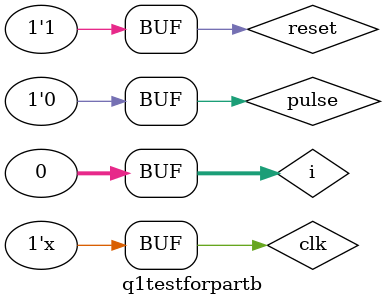
<source format=v>
`timescale 1ns / 1ps


module q1testforpartb;

	// Inputs
	reg clk;
	reg pulse;
	reg reset;
	 reg [31:0] i;


	// Outputs
	wire [7:0] out;

	// Instantiate the Unit Under Test (UUT)
	speedometer uut (
		.clk(clk), 
		.pulse(pulse), 
		.reset(reset), 
		.out(out)
	);

	initial begin
		// Initialize Inputs
		clk = 0;
		pulse = 0;
		reset = 0;
		
		// Wait 100 ns for global reset to finish
        
		// Add stimulus here
		
		for (i=0;i<402;i=i+1)begin
		      if (i<68) begin
				  #15000000 pulse=~pulse;
				 end
				 
				 if (i>201) begin
				  #5000000 pulse=~pulse;
				 end
				 
				 if((i>=68) && (i<=201)) begin
				   #7500000 pulse=~pulse;
				end		
		end
				
   reset=1;
	i=0;	
	end
	always #12.5 clk=~clk;


      
endmodule


</source>
